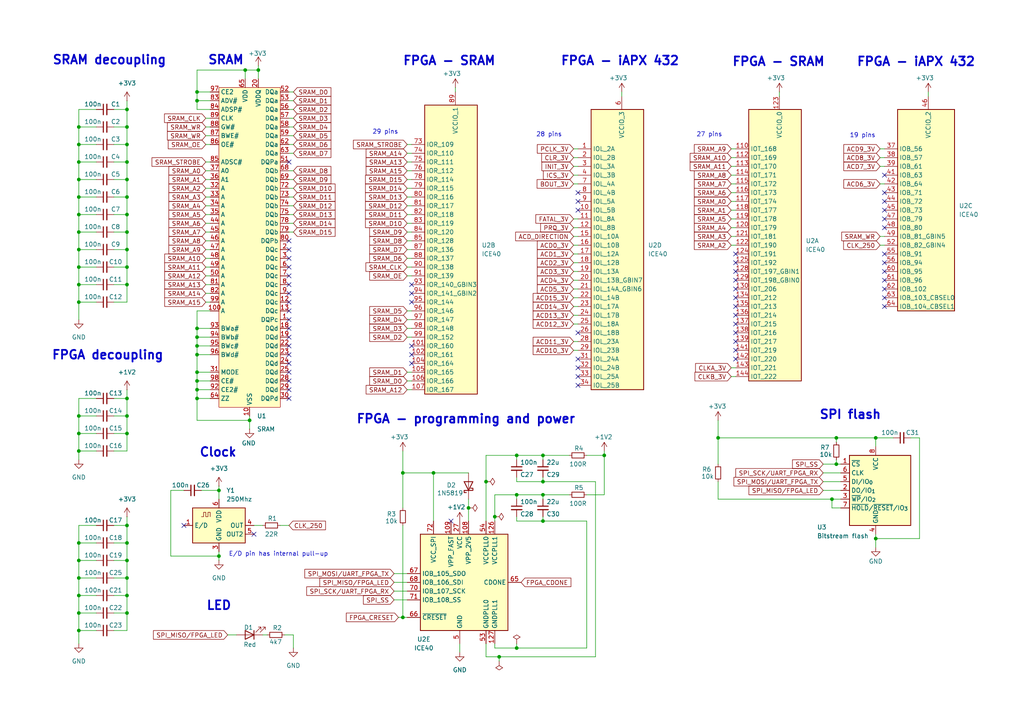
<source format=kicad_sch>
(kicad_sch (version 20250114) (generator "eeschema") (generator_version "9.0")
  (paper "A4")
  (text "Clock" (at 63.246 131.318 0) (effects (font (size 2.54 2.54) (thickness 0.508) (bold yes))))
  (text "SRAM" (at 65.532 17.526 0) (effects (font (size 2.54 2.54) (thickness 0.508) (bold yes))))
  (text "FPGA decoupling" (at 31.242 103.124 0) (effects (font (size 2.54 2.54) (thickness 0.508) (bold yes))))
  (text "FPGA - SRAM" (at 130.302 17.78 0) (effects (font (size 2.54 2.54) (thickness 0.508) (bold yes))))
  (text "FPGA - iAPX 432" (at 179.832 17.78 0) (effects (font (size 2.54 2.54) (thickness 0.508) (bold yes))))
  (text "28 pins" (at 159.258 39.116 0) (effects (font (size 1.27 1.27))))
  (text "19 pins" (at 250.19 39.37 0) (effects (font (size 1.27 1.27))))
  (text "27 pins" (at 205.74 39.116 0) (effects (font (size 1.27 1.27))))
  (text "FPGA - programming and power" (at 135.128 121.666 0) (effects (font (size 2.54 2.54) (thickness 0.508) (bold yes))))
  (text "E/D pin has internal pull-up" (at 80.772 160.782 0) (effects (font (size 1.27 1.27))))
  (text "FPGA - SRAM" (at 225.806 18.034 0) (effects (font (size 2.54 2.54) (thickness 0.508) (bold yes))))
  (text "SRAM decoupling" (at 31.75 17.526 0) (effects (font (size 2.54 2.54) (thickness 0.508) (bold yes))))
  (text "FPGA - iAPX 432" (at 265.684 18.034 0) (effects (font (size 2.54 2.54) (thickness 0.508) (bold yes))))
  (text "SPI flash" (at 246.634 120.396 0) (effects (font (size 2.54 2.54) (thickness 0.508) (bold yes))))
  (text "LED" (at 63.5 175.768 0) (effects (font (size 2.54 2.54) (thickness 0.508) (bold yes))))
  (text "29 pins" (at 111.76 38.354 0) (effects (font (size 1.27 1.27))))
  (junction (at 63.5 142.24))
  (junction (at 57.15 115.57))
  (junction (at 57.15 100.33))
  (junction (at 135.89 147.32))
  (junction (at 149.86 187.96))
  (junction (at 116.84 137.16))
  (junction (at 57.15 95.25))
  (junction (at 22.86 72.39))
  (junction (at 175.26 132.08))
  (junction (at 36.83 41.91))
  (junction (at 36.83 177.8))
  (junction (at 57.15 113.03))
  (junction (at 157.48 139.7))
  (junction (at 57.15 102.87))
  (junction (at 22.86 41.91))
  (junction (at 22.86 167.64))
  (junction (at 57.15 107.95))
  (junction (at 36.83 52.07))
  (junction (at 74.93 20.32))
  (junction (at 144.78 190.5))
  (junction (at 36.83 82.55))
  (junction (at 22.86 172.72))
  (junction (at 36.83 162.56))
  (junction (at 36.83 115.57))
  (junction (at 36.83 157.48))
  (junction (at 157.48 151.13))
  (junction (at 36.83 172.72))
  (junction (at 36.83 72.39))
  (junction (at 22.86 162.56))
  (junction (at 22.86 57.15))
  (junction (at 254 156.21))
  (junction (at 36.83 152.4))
  (junction (at 254 127))
  (junction (at 22.86 36.83))
  (junction (at 22.86 130.81))
  (junction (at 71.12 20.32))
  (junction (at 22.86 87.63))
  (junction (at 36.83 67.31))
  (junction (at 242.57 127))
  (junction (at 36.83 62.23))
  (junction (at 36.83 57.15))
  (junction (at 57.15 97.79))
  (junction (at 143.51 149.86))
  (junction (at 116.84 179.07))
  (junction (at 22.86 157.48))
  (junction (at 22.86 177.8))
  (junction (at 22.86 62.23))
  (junction (at 22.86 77.47))
  (junction (at 241.3 144.78))
  (junction (at 22.86 182.88))
  (junction (at 157.48 143.51))
  (junction (at 125.73 137.16))
  (junction (at 140.97 139.7))
  (junction (at 36.83 125.73))
  (junction (at 36.83 46.99))
  (junction (at 36.83 77.47))
  (junction (at 149.86 132.08))
  (junction (at 57.15 26.67))
  (junction (at 157.48 132.08))
  (junction (at 72.39 121.92))
  (junction (at 22.86 120.65))
  (junction (at 36.83 31.75))
  (junction (at 242.57 134.62))
  (junction (at 22.86 125.73))
  (junction (at 57.15 110.49))
  (junction (at 22.86 67.31))
  (junction (at 22.86 82.55))
  (junction (at 57.15 29.21))
  (junction (at 36.83 36.83))
  (junction (at 208.28 127))
  (junction (at 36.83 167.64))
  (junction (at 36.83 120.65))
  (junction (at 63.5 161.29))
  (junction (at 22.86 52.07))
  (junction (at 22.86 46.99))
  (junction (at 149.86 143.51))
  (no_connect (at 167.64 60.96))
  (no_connect (at 213.36 93.98))
  (no_connect (at 83.82 90.17))
  (no_connect (at 83.82 82.55))
  (no_connect (at 256.54 58.42))
  (no_connect (at 256.54 86.36))
  (no_connect (at 256.54 63.5))
  (no_connect (at 256.54 60.96))
  (no_connect (at 213.36 81.28))
  (no_connect (at 83.82 105.41))
  (no_connect (at 119.38 105.41))
  (no_connect (at 167.64 104.14))
  (no_connect (at 83.82 92.71))
  (no_connect (at 256.54 81.28))
  (no_connect (at 213.36 78.74))
  (no_connect (at 167.64 55.88))
  (no_connect (at 213.36 104.14))
  (no_connect (at 167.64 58.42))
  (no_connect (at 83.82 95.25))
  (no_connect (at 256.54 73.66))
  (no_connect (at 119.38 87.63))
  (no_connect (at 53.34 152.4))
  (no_connect (at 256.54 66.04))
  (no_connect (at 83.82 107.95))
  (no_connect (at 83.82 85.09))
  (no_connect (at 73.66 154.94))
  (no_connect (at 213.36 96.52))
  (no_connect (at 213.36 91.44))
  (no_connect (at 256.54 50.8))
  (no_connect (at 213.36 83.82))
  (no_connect (at 119.38 100.33))
  (no_connect (at 83.82 102.87))
  (no_connect (at 83.82 113.03))
  (no_connect (at 256.54 83.82))
  (no_connect (at 213.36 99.06))
  (no_connect (at 130.81 151.13))
  (no_connect (at 213.36 76.2))
  (no_connect (at 256.54 76.2))
  (no_connect (at 83.82 69.85))
  (no_connect (at 83.82 115.57))
  (no_connect (at 83.82 110.49))
  (no_connect (at 83.82 72.39))
  (no_connect (at 83.82 77.47))
  (no_connect (at 167.64 111.76))
  (no_connect (at 256.54 55.88))
  (no_connect (at 119.38 85.09))
  (no_connect (at 213.36 88.9))
  (no_connect (at 83.82 97.79))
  (no_connect (at 83.82 74.93))
  (no_connect (at 167.64 109.22))
  (no_connect (at 119.38 102.87))
  (no_connect (at 167.64 106.68))
  (no_connect (at 213.36 73.66))
  (no_connect (at 213.36 86.36))
  (no_connect (at 83.82 80.01))
  (no_connect (at 256.54 88.9))
  (no_connect (at 119.38 82.55))
  (no_connect (at 256.54 78.74))
  (no_connect (at 213.36 101.6))
  (no_connect (at 83.82 100.33))
  (no_connect (at 167.64 96.52))
  (no_connect (at 83.82 46.99))
  (no_connect (at 83.82 87.63))
  (wire (pts (xy 22.86 115.57) (xy 22.86 120.65)))
  (wire (pts (xy 166.37 86.36) (xy 167.64 86.36)))
  (wire (pts (xy 157.48 144.78) (xy 157.48 143.51)))
  (wire (pts (xy 36.83 152.4) (xy 36.83 157.48)))
  (wire (pts (xy 33.02 77.47) (xy 36.83 77.47)))
  (wire (pts (xy 57.15 107.95) (xy 57.15 110.49)))
  (wire (pts (xy 22.86 167.64) (xy 27.94 167.64)))
  (wire (pts (xy 22.86 87.63) (xy 27.94 87.63)))
  (wire (pts (xy 149.86 139.7) (xy 149.86 138.43)))
  (wire (pts (xy 36.83 46.99) (xy 36.83 52.07)))
  (wire (pts (xy 149.86 139.7) (xy 157.48 139.7)))
  (wire (pts (xy 83.82 152.4) (xy 81.28 152.4)))
  (wire (pts (xy 57.15 115.57) (xy 57.15 121.92)))
  (wire (pts (xy 170.18 151.13) (xy 170.18 187.96)))
  (wire (pts (xy 254 156.21) (xy 254 154.94)))
  (wire (pts (xy 85.09 31.75) (xy 83.82 31.75)))
  (wire (pts (xy 114.3 171.45) (xy 118.11 171.45)))
  (wire (pts (xy 212.09 66.04) (xy 213.36 66.04)))
  (wire (pts (xy 166.37 99.06) (xy 167.64 99.06)))
  (wire (pts (xy 85.09 29.21) (xy 83.82 29.21)))
  (wire (pts (xy 157.48 143.51) (xy 165.1 143.51)))
  (wire (pts (xy 22.86 125.73) (xy 22.86 130.81)))
  (wire (pts (xy 140.97 132.08) (xy 140.97 139.7)))
  (wire (pts (xy 22.86 125.73) (xy 27.94 125.73)))
  (wire (pts (xy 157.48 151.13) (xy 170.18 151.13)))
  (wire (pts (xy 166.37 50.8) (xy 167.64 50.8)))
  (wire (pts (xy 170.18 132.08) (xy 175.26 132.08)))
  (wire (pts (xy 22.86 182.88) (xy 22.86 186.69)))
  (wire (pts (xy 170.18 143.51) (xy 175.26 143.51)))
  (wire (pts (xy 212.09 53.34) (xy 213.36 53.34)))
  (wire (pts (xy 33.02 167.64) (xy 36.83 167.64)))
  (wire (pts (xy 33.02 162.56) (xy 36.83 162.56)))
  (wire (pts (xy 166.37 45.72) (xy 167.64 45.72)))
  (wire (pts (xy 22.86 62.23) (xy 27.94 62.23)))
  (wire (pts (xy 57.15 97.79) (xy 60.96 97.79)))
  (wire (pts (xy 208.28 127) (xy 242.57 127)))
  (wire (pts (xy 266.7 156.21) (xy 254 156.21)))
  (wire (pts (xy 27.94 152.4) (xy 22.86 152.4)))
  (wire (pts (xy 85.09 44.45) (xy 83.82 44.45)))
  (wire (pts (xy 166.37 63.5) (xy 167.64 63.5)))
  (wire (pts (xy 208.28 144.78) (xy 241.3 144.78)))
  (wire (pts (xy 118.11 57.15) (xy 119.38 57.15)))
  (wire (pts (xy 166.37 53.34) (xy 167.64 53.34)))
  (wire (pts (xy 33.02 41.91) (xy 36.83 41.91)))
  (wire (pts (xy 118.11 113.03) (xy 119.38 113.03)))
  (wire (pts (xy 116.84 130.81) (xy 116.84 137.16)))
  (wire (pts (xy 57.15 102.87) (xy 57.15 107.95)))
  (wire (pts (xy 116.84 137.16) (xy 116.84 147.32)))
  (wire (pts (xy 116.84 137.16) (xy 125.73 137.16)))
  (wire (pts (xy 85.09 41.91) (xy 83.82 41.91)))
  (wire (pts (xy 157.48 133.35) (xy 157.48 132.08)))
  (wire (pts (xy 144.78 191.77) (xy 144.78 190.5)))
  (wire (pts (xy 118.11 97.79) (xy 119.38 97.79)))
  (wire (pts (xy 114.3 168.91) (xy 118.11 168.91)))
  (wire (pts (xy 85.09 49.53) (xy 83.82 49.53)))
  (wire (pts (xy 166.37 101.6) (xy 167.64 101.6)))
  (wire (pts (xy 118.11 52.07) (xy 119.38 52.07)))
  (wire (pts (xy 59.69 41.91) (xy 60.96 41.91)))
  (wire (pts (xy 166.37 83.82) (xy 167.64 83.82)))
  (wire (pts (xy 116.84 179.07) (xy 118.11 179.07)))
  (wire (pts (xy 59.69 85.09) (xy 60.96 85.09)))
  (wire (pts (xy 36.83 77.47) (xy 36.83 82.55)))
  (wire (pts (xy 57.15 121.92) (xy 72.39 121.92)))
  (wire (pts (xy 22.86 72.39) (xy 22.86 77.47)))
  (wire (pts (xy 85.09 184.15) (xy 82.55 184.15)))
  (wire (pts (xy 36.83 162.56) (xy 36.83 167.64)))
  (wire (pts (xy 238.76 137.16) (xy 243.84 137.16)))
  (wire (pts (xy 59.69 52.07) (xy 60.96 52.07)))
  (wire (pts (xy 166.37 88.9) (xy 167.64 88.9)))
  (wire (pts (xy 132.08 25.4) (xy 132.08 26.67)))
  (wire (pts (xy 180.34 26.67) (xy 180.34 27.94)))
  (wire (pts (xy 22.86 67.31) (xy 22.86 72.39)))
  (wire (pts (xy 212.09 106.68) (xy 213.36 106.68)))
  (wire (pts (xy 36.83 62.23) (xy 36.83 67.31)))
  (wire (pts (xy 36.83 115.57) (xy 36.83 120.65)))
  (wire (pts (xy 59.69 77.47) (xy 60.96 77.47)))
  (wire (pts (xy 166.37 81.28) (xy 167.64 81.28)))
  (wire (pts (xy 57.15 107.95) (xy 60.96 107.95)))
  (wire (pts (xy 22.86 162.56) (xy 22.86 167.64)))
  (wire (pts (xy 22.86 31.75) (xy 22.86 36.83)))
  (wire (pts (xy 212.09 45.72) (xy 213.36 45.72)))
  (wire (pts (xy 22.86 62.23) (xy 22.86 67.31)))
  (wire (pts (xy 118.11 69.85) (xy 119.38 69.85)))
  (wire (pts (xy 118.11 95.25) (xy 119.38 95.25)))
  (wire (pts (xy 22.86 172.72) (xy 27.94 172.72)))
  (wire (pts (xy 118.11 107.95) (xy 119.38 107.95)))
  (wire (pts (xy 49.53 161.29) (xy 63.5 161.29)))
  (wire (pts (xy 57.15 95.25) (xy 60.96 95.25)))
  (wire (pts (xy 157.48 138.43) (xy 157.48 139.7)))
  (wire (pts (xy 157.48 132.08) (xy 165.1 132.08)))
  (wire (pts (xy 57.15 29.21) (xy 57.15 31.75)))
  (wire (pts (xy 36.83 82.55) (xy 36.83 87.63)))
  (wire (pts (xy 269.24 26.67) (xy 269.24 27.94)))
  (wire (pts (xy 242.57 127) (xy 254 127)))
  (wire (pts (xy 118.11 64.77) (xy 119.38 64.77)))
  (wire (pts (xy 36.83 31.75) (xy 36.83 36.83)))
  (wire (pts (xy 212.09 48.26) (xy 213.36 48.26)))
  (wire (pts (xy 212.09 58.42) (xy 213.36 58.42)))
  (wire (pts (xy 208.28 139.7) (xy 208.28 144.78)))
  (wire (pts (xy 33.02 120.65) (xy 36.83 120.65)))
  (wire (pts (xy 85.09 39.37) (xy 83.82 39.37)))
  (wire (pts (xy 118.11 41.91) (xy 119.38 41.91)))
  (wire (pts (xy 254 127) (xy 259.08 127)))
  (wire (pts (xy 226.06 26.67) (xy 226.06 27.94)))
  (wire (pts (xy 149.86 186.69) (xy 149.86 187.96)))
  (wire (pts (xy 71.12 20.32) (xy 74.93 20.32)))
  (wire (pts (xy 59.69 80.01) (xy 60.96 80.01)))
  (wire (pts (xy 118.11 72.39) (xy 119.38 72.39)))
  (wire (pts (xy 76.2 152.4) (xy 73.66 152.4)))
  (wire (pts (xy 59.69 82.55) (xy 60.96 82.55)))
  (wire (pts (xy 22.86 77.47) (xy 22.86 82.55)))
  (wire (pts (xy 125.73 137.16) (xy 125.73 151.13)))
  (wire (pts (xy 36.83 52.07) (xy 36.83 57.15)))
  (wire (pts (xy 254 129.54) (xy 254 127)))
  (wire (pts (xy 59.69 72.39) (xy 60.96 72.39)))
  (wire (pts (xy 57.15 20.32) (xy 71.12 20.32)))
  (wire (pts (xy 59.69 62.23) (xy 60.96 62.23)))
  (wire (pts (xy 33.02 72.39) (xy 36.83 72.39)))
  (wire (pts (xy 242.57 133.35) (xy 242.57 134.62)))
  (wire (pts (xy 22.86 52.07) (xy 27.94 52.07)))
  (wire (pts (xy 144.78 190.5) (xy 172.72 190.5)))
  (wire (pts (xy 118.11 44.45) (xy 119.38 44.45)))
  (wire (pts (xy 33.02 57.15) (xy 36.83 57.15)))
  (wire (pts (xy 57.15 90.17) (xy 57.15 95.25)))
  (wire (pts (xy 255.27 48.26) (xy 256.54 48.26)))
  (wire (pts (xy 59.69 34.29) (xy 60.96 34.29)))
  (wire (pts (xy 170.18 187.96) (xy 149.86 187.96)))
  (wire (pts (xy 36.83 113.03) (xy 36.83 115.57)))
  (wire (pts (xy 166.37 76.2) (xy 167.64 76.2)))
  (wire (pts (xy 85.09 52.07) (xy 83.82 52.07)))
  (wire (pts (xy 57.15 97.79) (xy 57.15 100.33)))
  (wire (pts (xy 36.83 77.47) (xy 36.83 72.39)))
  (wire (pts (xy 22.86 82.55) (xy 22.86 87.63)))
  (wire (pts (xy 33.02 52.07) (xy 36.83 52.07)))
  (wire (pts (xy 57.15 26.67) (xy 57.15 29.21)))
  (wire (pts (xy 149.86 144.78) (xy 149.86 143.51)))
  (wire (pts (xy 57.15 95.25) (xy 57.15 97.79)))
  (wire (pts (xy 57.15 100.33) (xy 60.96 100.33)))
  (wire (pts (xy 266.7 127) (xy 266.7 156.21)))
  (wire (pts (xy 22.86 36.83) (xy 22.86 41.91)))
  (wire (pts (xy 36.83 29.21) (xy 36.83 31.75)))
  (wire (pts (xy 57.15 113.03) (xy 57.15 115.57)))
  (wire (pts (xy 85.09 26.67) (xy 83.82 26.67)))
  (wire (pts (xy 27.94 31.75) (xy 22.86 31.75)))
  (wire (pts (xy 33.02 31.75) (xy 36.83 31.75)))
  (wire (pts (xy 172.72 139.7) (xy 172.72 190.5)))
  (wire (pts (xy 166.37 68.58) (xy 167.64 68.58)))
  (wire (pts (xy 74.93 20.32) (xy 74.93 22.86)))
  (wire (pts (xy 63.5 161.29) (xy 63.5 160.02)))
  (wire (pts (xy 57.15 20.32) (xy 57.15 26.67)))
  (wire (pts (xy 118.11 49.53) (xy 119.38 49.53)))
  (wire (pts (xy 60.96 90.17) (xy 57.15 90.17)))
  (wire (pts (xy 72.39 124.46) (xy 72.39 121.92)))
  (wire (pts (xy 212.09 43.18) (xy 213.36 43.18)))
  (wire (pts (xy 85.09 34.29) (xy 83.82 34.29)))
  (wire (pts (xy 33.02 152.4) (xy 36.83 152.4)))
  (wire (pts (xy 36.83 120.65) (xy 36.83 125.73)))
  (wire (pts (xy 166.37 66.04) (xy 167.64 66.04)))
  (wire (pts (xy 33.02 130.81) (xy 36.83 130.81)))
  (wire (pts (xy 57.15 110.49) (xy 60.96 110.49)))
  (wire (pts (xy 166.37 93.98) (xy 167.64 93.98)))
  (wire (pts (xy 85.09 67.31) (xy 83.82 67.31)))
  (wire (pts (xy 33.02 82.55) (xy 36.83 82.55)))
  (wire (pts (xy 22.86 87.63) (xy 22.86 92.71)))
  (wire (pts (xy 125.73 137.16) (xy 135.89 137.16)))
  (wire (pts (xy 36.83 172.72) (xy 36.83 177.8)))
  (wire (pts (xy 149.86 133.35) (xy 149.86 132.08)))
  (wire (pts (xy 85.09 36.83) (xy 83.82 36.83)))
  (wire (pts (xy 71.12 20.32) (xy 71.12 22.86)))
  (wire (pts (xy 208.28 121.92) (xy 208.28 127)))
  (wire (pts (xy 212.09 60.96) (xy 213.36 60.96)))
  (wire (pts (xy 212.09 109.22) (xy 213.36 109.22)))
  (wire (pts (xy 85.09 57.15) (xy 83.82 57.15)))
  (wire (pts (xy 255.27 45.72) (xy 256.54 45.72)))
  (wire (pts (xy 76.2 184.15) (xy 77.47 184.15)))
  (wire (pts (xy 63.5 140.97) (xy 63.5 142.24)))
  (wire (pts (xy 33.02 125.73) (xy 36.83 125.73)))
  (wire (pts (xy 59.69 64.77) (xy 60.96 64.77)))
  (wire (pts (xy 115.57 179.07) (xy 116.84 179.07)))
  (wire (pts (xy 53.34 142.24) (xy 49.53 142.24)))
  (wire (pts (xy 22.86 177.8) (xy 27.94 177.8)))
  (wire (pts (xy 85.09 64.77) (xy 83.82 64.77)))
  (wire (pts (xy 22.86 36.83) (xy 27.94 36.83)))
  (wire (pts (xy 166.37 43.18) (xy 167.64 43.18)))
  (wire (pts (xy 143.51 143.51) (xy 149.86 143.51)))
  (wire (pts (xy 212.09 63.5) (xy 213.36 63.5)))
  (wire (pts (xy 140.97 132.08) (xy 149.86 132.08)))
  (wire (pts (xy 59.69 74.93) (xy 60.96 74.93)))
  (wire (pts (xy 133.35 189.23) (xy 133.35 186.69)))
  (wire (pts (xy 36.83 149.86) (xy 36.83 152.4)))
  (wire (pts (xy 33.02 62.23) (xy 36.83 62.23)))
  (wire (pts (xy 36.83 41.91) (xy 36.83 46.99)))
  (wire (pts (xy 22.86 130.81) (xy 22.86 133.35)))
  (wire (pts (xy 175.26 130.81) (xy 175.26 132.08)))
  (wire (pts (xy 60.96 31.75) (xy 57.15 31.75)))
  (wire (pts (xy 212.09 50.8) (xy 213.36 50.8)))
  (wire (pts (xy 36.83 125.73) (xy 36.83 130.81)))
  (wire (pts (xy 118.11 90.17) (xy 119.38 90.17)))
  (wire (pts (xy 118.11 54.61) (xy 119.38 54.61)))
  (wire (pts (xy 57.15 26.67) (xy 60.96 26.67)))
  (wire (pts (xy 212.09 71.12) (xy 213.36 71.12)))
  (wire (pts (xy 255.27 53.34) (xy 256.54 53.34)))
  (wire (pts (xy 238.76 139.7) (xy 243.84 139.7)))
  (wire (pts (xy 118.11 62.23) (xy 119.38 62.23)))
  (wire (pts (xy 85.09 187.96) (xy 85.09 184.15)))
  (wire (pts (xy 140.97 190.5) (xy 140.97 186.69)))
  (wire (pts (xy 33.02 115.57) (xy 36.83 115.57)))
  (wire (pts (xy 22.86 57.15) (xy 22.86 62.23)))
  (wire (pts (xy 149.86 151.13) (xy 157.48 151.13)))
  (wire (pts (xy 175.26 132.08) (xy 175.26 143.51)))
  (wire (pts (xy 118.11 74.93) (xy 119.38 74.93)))
  (wire (pts (xy 27.94 72.39) (xy 22.86 72.39)))
  (wire (pts (xy 118.11 80.01) (xy 119.38 80.01)))
  (wire (pts (xy 63.5 142.24) (xy 58.42 142.24)))
  (wire (pts (xy 212.09 68.58) (xy 213.36 68.58)))
  (wire (pts (xy 118.11 59.69) (xy 119.38 59.69)))
  (wire (pts (xy 22.86 46.99) (xy 22.86 52.07)))
  (wire (pts (xy 22.86 167.64) (xy 22.86 172.72)))
  (wire (pts (xy 57.15 110.49) (xy 57.15 113.03)))
  (wire (pts (xy 36.83 177.8) (xy 36.83 182.88)))
  (wire (pts (xy 157.48 139.7) (xy 172.72 139.7)))
  (wire (pts (xy 22.86 152.4) (xy 22.86 157.48)))
  (wire (pts (xy 57.15 29.21) (xy 60.96 29.21)))
  (wire (pts (xy 22.86 157.48) (xy 22.86 162.56)))
  (wire (pts (xy 22.86 162.56) (xy 27.94 162.56)))
  (wire (pts (xy 22.86 46.99) (xy 27.94 46.99)))
  (wire (pts (xy 85.09 62.23) (xy 83.82 62.23)))
  (wire (pts (xy 149.86 143.51) (xy 157.48 143.51)))
  (wire (pts (xy 238.76 142.24) (xy 243.84 142.24)))
  (wire (pts (xy 144.78 190.5) (xy 140.97 190.5)))
  (wire (pts (xy 57.15 115.57) (xy 60.96 115.57)))
  (wire (pts (xy 118.11 92.71) (xy 119.38 92.71)))
  (wire (pts (xy 57.15 113.03) (xy 60.96 113.03)))
  (wire (pts (xy 255.27 43.18) (xy 256.54 43.18)))
  (wire (pts (xy 143.51 187.96) (xy 143.51 186.69)))
  (wire (pts (xy 57.15 100.33) (xy 57.15 102.87)))
  (wire (pts (xy 22.86 57.15) (xy 27.94 57.15)))
  (wire (pts (xy 241.3 144.78) (xy 243.84 144.78)))
  (wire (pts (xy 59.69 49.53) (xy 60.96 49.53)))
  (wire (pts (xy 143.51 149.86) (xy 143.51 151.13)))
  (wire (pts (xy 238.76 134.62) (xy 242.57 134.62)))
  (wire (pts (xy 114.3 173.99) (xy 118.11 173.99)))
  (wire (pts (xy 85.09 54.61) (xy 83.82 54.61)))
  (wire (pts (xy 143.51 187.96) (xy 149.86 187.96)))
  (wire (pts (xy 85.09 59.69) (xy 83.82 59.69)))
  (wire (pts (xy 22.86 157.48) (xy 27.94 157.48)))
  (wire (pts (xy 208.28 127) (xy 208.28 134.62)))
  (wire (pts (xy 57.15 102.87) (xy 60.96 102.87)))
  (wire (pts (xy 22.86 67.31) (xy 27.94 67.31)))
  (wire (pts (xy 59.69 46.99) (xy 60.96 46.99)))
  (wire (pts (xy 59.69 87.63) (xy 60.96 87.63)))
  (wire (pts (xy 256.54 68.58) (xy 255.27 68.58)))
  (wire (pts (xy 33.02 177.8) (xy 36.83 177.8)))
  (wire (pts (xy 242.57 127) (xy 242.57 128.27)))
  (wire (pts (xy 254 158.75) (xy 254 156.21)))
  (wire (pts (xy 243.84 147.32) (xy 241.3 147.32)))
  (wire (pts (xy 166.37 78.74) (xy 167.64 78.74)))
  (wire (pts (xy 36.83 57.15) (xy 36.83 62.23)))
  (wire (pts (xy 212.09 55.88) (xy 213.36 55.88)))
  (wire (pts (xy 22.86 41.91) (xy 22.86 46.99)))
  (wire (pts (xy 33.02 182.88) (xy 36.83 182.88)))
  (wire (pts (xy 22.86 120.65) (xy 27.94 120.65)))
  (wire (pts (xy 22.86 182.88) (xy 27.94 182.88)))
  (wire (pts (xy 22.86 41.91) (xy 27.94 41.91)))
  (wire (pts (xy 22.86 52.07) (xy 22.86 57.15)))
  (wire (pts (xy 157.48 149.86) (xy 157.48 151.13)))
  (wire (pts (xy 241.3 147.32) (xy 241.3 144.78)))
  (wire (pts (xy 22.86 77.47) (xy 27.94 77.47)))
  (wire (pts (xy 149.86 151.13) (xy 149.86 149.86)))
  (wire (pts (xy 140.97 139.7) (xy 140.97 151.13)))
  (wire (pts (xy 33.02 67.31) (xy 36.83 67.31)))
  (wire (pts (xy 36.83 36.83) (xy 36.83 41.91)))
  (wire (pts (xy 166.37 48.26) (xy 167.64 48.26)))
  (wire (pts (xy 242.57 134.62) (xy 243.84 134.62)))
  (wire (pts (xy 59.69 69.85) (xy 60.96 69.85)))
  (wire (pts (xy 256.54 71.12) (xy 255.27 71.12)))
  (wire (pts (xy 22.86 177.8) (xy 22.86 182.88)))
  (wire (pts (xy 59.69 57.15) (xy 60.96 57.15)))
  (wire (pts (xy 33.02 87.63) (xy 36.83 87.63)))
  (wire (pts (xy 27.94 115.57) (xy 22.86 115.57)))
  (wire (pts (xy 135.89 147.32) (xy 135.89 151.13)))
  (wire (pts (xy 114.3 166.37) (xy 118.11 166.37)))
  (wire (pts (xy 36.83 67.31) (xy 36.83 72.39)))
  (wire (pts (xy 59.69 36.83) (xy 60.96 36.83)))
  (wire (pts (xy 143.51 143.51) (xy 143.51 149.86)))
  (wire (pts (xy 118.11 46.99) (xy 119.38 46.99)))
  (wire (pts (xy 116.84 152.4) (xy 116.84 179.07)))
  (wire (pts (xy 33.02 46.99) (xy 36.83 46.99)))
  (wire (pts (xy 36.83 157.48) (xy 36.83 162.56)))
  (wire (pts (xy 118.11 67.31) (xy 119.38 67.31)))
  (wire (pts (xy 63.5 144.78) (xy 63.5 142.24)))
  (wire (pts (xy 33.02 172.72) (xy 36.83 172.72)))
  (wire (pts (xy 166.37 73.66) (xy 167.64 73.66)))
  (wire (pts (xy 22.86 82.55) (xy 27.94 82.55)))
  (wire (pts (xy 63.5 162.56) (xy 63.5 161.29)))
  (wire (pts (xy 135.89 144.78) (xy 135.89 147.32)))
  (wire (pts (xy 22.86 130.81) (xy 27.94 130.81)))
  (wire (pts (xy 118.11 110.49) (xy 119.38 110.49)))
  (wire (pts (xy 59.69 59.69) (xy 60.96 59.69)))
  (wire (pts (xy 166.37 91.44) (xy 167.64 91.44)))
  (wire (pts (xy 149.86 132.08) (xy 157.48 132.08)))
  (wire (pts (xy 166.37 71.12) (xy 167.64 71.12)))
  (wire (pts (xy 36.83 167.64) (xy 36.83 172.72)))
  (wire (pts (xy 72.39 120.65) (xy 72.39 121.92)))
  (wire (pts (xy 118.11 77.47) (xy 119.38 77.47)))
  (wire (pts (xy 49.53 142.24) (xy 49.53 161.29)))
  (wire (pts (xy 74.93 19.05) (xy 74.93 20.32)))
  (wire (pts (xy 66.04 184.15) (xy 68.58 184.15)))
  (wire (pts (xy 33.02 36.83) (xy 36.83 36.83)))
  (wire (pts (xy 59.69 67.31) (xy 60.96 67.31)))
  (wire (pts (xy 59.69 39.37) (xy 60.96 39.37)))
  (wire (pts (xy 59.69 54.61) (xy 60.96 54.61)))
  (wire (pts (xy 22.86 120.65) (xy 22.86 125.73)))
  (wire (pts (xy 22.86 172.72) (xy 22.86 177.8)))
  (wire (pts (xy 33.02 157.48) (xy 36.83 157.48)))
  (wire (pts (xy 264.16 127) (xy 266.7 127)))
  (global_label "SRAM_STROBE" (shape input) (at 59.69 46.99 180) (property "Intersheetrefs" "${INTERSHEET_REFS}" (effects (hide yes))))
  (global_label "SRAM_D7" (shape input) (at 118.11 72.39 180) (property "Intersheetrefs" "${INTERSHEET_REFS}" (effects (hide yes))))
  (global_label "SRAM_OE" (shape input) (at 59.69 41.91 180) (property "Intersheetrefs" "${INTERSHEET_REFS}" (effects (hide yes))))
  (global_label "BOUT_3V" (shape input) (at 166.37 53.34 180) (property "Intersheetrefs" "${INTERSHEET_REFS}" (effects (hide yes))))
  (global_label "ACD5_3V" (shape input) (at 166.37 83.82 180) (property "Intersheetrefs" "${INTERSHEET_REFS}" (effects (hide yes))))
  (global_label "SRAM_D2" (shape input) (at 118.11 97.79 180) (property "Intersheetrefs" "${INTERSHEET_REFS}" (effects (hide yes))))
  (global_label "SRAM_A7" (shape input) (at 212.09 53.34 180) (property "Intersheetrefs" "${INTERSHEET_REFS}" (effects (hide yes))))
  (global_label "SPI_SS" (shape input) (at 114.3 173.99 180) (property "Intersheetrefs" "${INTERSHEET_REFS}" (effects (hide yes))))
  (global_label "SRAM_WR" (shape input) (at 59.69 39.37 180) (property "Intersheetrefs" "${INTERSHEET_REFS}" (effects (hide yes))))
  (global_label "SRAM_D8" (shape input) (at 85.09 49.53 0) (property "Intersheetrefs" "${INTERSHEET_REFS}" (effects (hide yes))))
  (global_label "SRAM_D6" (shape input) (at 118.11 74.93 180) (property "Intersheetrefs" "${INTERSHEET_REFS}" (effects (hide yes))))
  (global_label "ACD_DIRECTION" (shape input) (at 166.37 68.58 180) (property "Intersheetrefs" "${INTERSHEET_REFS}" (effects (hide yes))))
  (global_label "SRAM_D0" (shape input) (at 118.11 110.49 180) (property "Intersheetrefs" "${INTERSHEET_REFS}" (effects (hide yes))))
  (global_label "SRAM_A14" (shape input) (at 118.11 44.45 180) (property "Intersheetrefs" "${INTERSHEET_REFS}" (effects (hide yes))))
  (global_label "SRAM_D1" (shape input) (at 85.09 29.21 0) (property "Intersheetrefs" "${INTERSHEET_REFS}" (effects (hide yes))))
  (global_label "SRAM_D14" (shape input) (at 85.09 64.77 0) (property "Intersheetrefs" "${INTERSHEET_REFS}" (effects (hide yes))))
  (global_label "SPI_MOSI{slash}UART_FPGA_TX" (shape input) (at 238.76 139.7 180) (property "Intersheetrefs" "${INTERSHEET_REFS}" (effects (hide yes))))
  (global_label "SRAM_A14" (shape input) (at 59.69 85.09 180) (property "Intersheetrefs" "${INTERSHEET_REFS}" (effects (hide yes))))
  (global_label "CLKB_3V" (shape input) (at 212.09 109.22 180) (property "Intersheetrefs" "${INTERSHEET_REFS}" (effects (hide yes))))
  (global_label "SRAM_A11" (shape input) (at 59.69 77.47 180) (property "Intersheetrefs" "${INTERSHEET_REFS}" (effects (hide yes))))
  (global_label "SRAM_D10" (shape input) (at 85.09 54.61 0) (property "Intersheetrefs" "${INTERSHEET_REFS}" (effects (hide yes))))
  (global_label "SRAM_OE" (shape input) (at 118.11 80.01 180) (property "Intersheetrefs" "${INTERSHEET_REFS}" (effects (hide yes))))
  (global_label "SRAM_A0" (shape input) (at 212.09 58.42 180) (property "Intersheetrefs" "${INTERSHEET_REFS}" (effects (hide yes))))
  (global_label "SRAM_WR" (shape input) (at 255.27 68.58 180) (property "Intersheetrefs" "${INTERSHEET_REFS}" (effects (hide yes))))
  (global_label "SRAM_A1" (shape input) (at 59.69 52.07 180) (property "Intersheetrefs" "${INTERSHEET_REFS}" (effects (hide yes))))
  (global_label "ACD2_3V" (shape input) (at 166.37 76.2 180) (property "Intersheetrefs" "${INTERSHEET_REFS}" (effects (hide yes))))
  (global_label "ACD3_3V" (shape input) (at 166.37 78.74 180) (property "Intersheetrefs" "${INTERSHEET_REFS}" (effects (hide yes))))
  (global_label "SRAM_A12" (shape input) (at 59.69 80.01 180) (property "Intersheetrefs" "${INTERSHEET_REFS}" (effects (hide yes))))
  (global_label "SRAM_A9" (shape input) (at 59.69 72.39 180) (property "Intersheetrefs" "${INTERSHEET_REFS}" (effects (hide yes))))
  (global_label "ACD8_3V" (shape input) (at 255.27 45.72 180) (property "Intersheetrefs" "${INTERSHEET_REFS}" (effects (hide yes))))
  (global_label "SRAM_D10" (shape input) (at 118.11 64.77 180) (property "Intersheetrefs" "${INTERSHEET_REFS}" (effects (hide yes))))
  (global_label "ACD6_3V" (shape input) (at 255.27 53.34 180) (property "Intersheetrefs" "${INTERSHEET_REFS}" (effects (hide yes))))
  (global_label "SRAM_A3" (shape input) (at 212.09 68.58 180) (property "Intersheetrefs" "${INTERSHEET_REFS}" (effects (hide yes))))
  (global_label "SRAM_D12" (shape input) (at 118.11 59.69 180) (property "Intersheetrefs" "${INTERSHEET_REFS}" (effects (hide yes))))
  (global_label "SRAM_D9" (shape input) (at 118.11 67.31 180) (property "Intersheetrefs" "${INTERSHEET_REFS}" (effects (hide yes))))
  (global_label "ACD13_3V" (shape input) (at 166.37 91.44 180) (property "Intersheetrefs" "${INTERSHEET_REFS}" (effects (hide yes))))
  (global_label "SRAM_D3" (shape input) (at 118.11 95.25 180) (property "Intersheetrefs" "${INTERSHEET_REFS}" (effects (hide yes))))
  (global_label "SRAM_D0" (shape input) (at 85.09 26.67 0) (property "Intersheetrefs" "${INTERSHEET_REFS}" (effects (hide yes))))
  (global_label "SRAM_A5" (shape input) (at 212.09 63.5 180) (property "Intersheetrefs" "${INTERSHEET_REFS}" (effects (hide yes))))
  (global_label "SRAM_D9" (shape input) (at 85.09 52.07 0) (property "Intersheetrefs" "${INTERSHEET_REFS}" (effects (hide yes))))
  (global_label "FPGA_CDONE" (shape input) (at 151.13 168.91 0) (property "Intersheetrefs" "${INTERSHEET_REFS}" (effects (hide yes))))
  (global_label "SRAM_D12" (shape input) (at 85.09 59.69 0) (property "Intersheetrefs" "${INTERSHEET_REFS}" (effects (hide yes))))
  (global_label "SRAM_D1" (shape input) (at 118.11 107.95 180) (property "Intersheetrefs" "${INTERSHEET_REFS}" (effects (hide yes))))
  (global_label "SRAM_D5" (shape input) (at 118.11 90.17 180) (property "Intersheetrefs" "${INTERSHEET_REFS}" (effects (hide yes))))
  (global_label "ACD10_3V" (shape input) (at 166.37 101.6 180) (property "Intersheetrefs" "${INTERSHEET_REFS}" (effects (hide yes))))
  (global_label "PCLK_3V" (shape input) (at 166.37 43.18 180) (property "Intersheetrefs" "${INTERSHEET_REFS}" (effects (hide yes))))
  (global_label "SRAM_A11" (shape input) (at 212.09 48.26 180) (property "Intersheetrefs" "${INTERSHEET_REFS}" (effects (hide yes))))
  (global_label "ACD0_3V" (shape input) (at 166.37 71.12 180) (property "Intersheetrefs" "${INTERSHEET_REFS}" (effects (hide yes))))
  (global_label "FPGA_CRESET" (shape input) (at 115.57 179.07 180) (property "Intersheetrefs" "${INTERSHEET_REFS}" (effects (hide yes))))
  (global_label "FATAL_3V" (shape input) (at 166.37 63.5 180) (property "Intersheetrefs" "${INTERSHEET_REFS}" (effects (hide yes))))
  (global_label "SRAM_A10" (shape input) (at 59.69 74.93 180) (property "Intersheetrefs" "${INTERSHEET_REFS}" (effects (hide yes))))
  (global_label "ACD7_3V" (shape input) (at 255.27 48.26 180) (property "Intersheetrefs" "${INTERSHEET_REFS}" (effects (hide yes))))
  (global_label "SRAM_A4" (shape input) (at 212.09 66.04 180) (property "Intersheetrefs" "${INTERSHEET_REFS}" (effects (hide yes))))
  (global_label "SRAM_A3" (shape input) (at 59.69 57.15 180) (property "Intersheetrefs" "${INTERSHEET_REFS}" (effects (hide yes))))
  (global_label "SRAM_D13" (shape input) (at 118.11 57.15 180) (property "Intersheetrefs" "${INTERSHEET_REFS}" (effects (hide yes))))
  (global_label "SRAM_D2" (shape input) (at 85.09 31.75 0) (property "Intersheetrefs" "${INTERSHEET_REFS}" (effects (hide yes))))
  (global_label "SPI_MISO{slash}FPGA_LED" (shape input) (at 238.76 142.24 180) (property "Intersheetrefs" "${INTERSHEET_REFS}" (effects (hide yes))))
  (global_label "ACD12_3V" (shape input) (at 166.37 93.98 180) (property "Intersheetrefs" "${INTERSHEET_REFS}" (effects (hide yes))))
  (global_label "SPI_SS" (shape input) (at 238.76 134.62 180) (property "Intersheetrefs" "${INTERSHEET_REFS}" (effects (hide yes))))
  (global_label "SPI_MOSI{slash}UART_FPGA_TX" (shape input) (at 114.3 166.37 180) (property "Intersheetrefs" "${INTERSHEET_REFS}" (effects (hide yes))))
  (global_label "SRAM_A1" (shape input) (at 212.09 60.96 180) (property "Intersheetrefs" "${INTERSHEET_REFS}" (effects (hide yes))))
  (global_label "SRAM_D4" (shape input) (at 85.09 36.83 0) (property "Intersheetrefs" "${INTERSHEET_REFS}" (effects (hide yes))))
  (global_label "SRAM_A0" (shape input) (at 59.69 49.53 180) (property "Intersheetrefs" "${INTERSHEET_REFS}" (effects (hide yes))))
  (global_label "SRAM_D6" (shape input) (at 85.09 41.91 0) (property "Intersheetrefs" "${INTERSHEET_REFS}" (effects (hide yes))))
  (global_label "ICS_3V" (shape input) (at 166.37 50.8 180) (property "Intersheetrefs" "${INTERSHEET_REFS}" (effects (hide yes))))
  (global_label "SRAM_A6" (shape input) (at 59.69 64.77 180) (property "Intersheetrefs" "${INTERSHEET_REFS}" (effects (hide yes))))
  (global_label "SRAM_D15" (shape input) (at 85.09 67.31 0) (property "Intersheetrefs" "${INTERSHEET_REFS}" (effects (hide yes))))
  (global_label "SRAM_A8" (shape input) (at 212.09 50.8 180) (property "Intersheetrefs" "${INTERSHEET_REFS}" (effects (hide yes))))
  (global_label "SPI_MISO{slash}FPGA_LED" (shape input) (at 66.04 184.15 180) (property "Intersheetrefs" "${INTERSHEET_REFS}" (effects (hide yes))))
  (global_label "SRAM_D11" (shape input) (at 85.09 57.15 0) (property "Intersheetrefs" "${INTERSHEET_REFS}" (effects (hide yes))))
  (global_label "SPI_SCK{slash}UART_FPGA_RX" (shape input) (at 114.3 171.45 180) (property "Intersheetrefs" "${INTERSHEET_REFS}" (effects (hide yes))))
  (global_label "SRAM_A12" (shape input) (at 118.11 113.03 180) (property "Intersheetrefs" "${INTERSHEET_REFS}" (effects (hide yes))))
  (global_label "INIT_3V" (shape input) (at 166.37 48.26 180) (property "Intersheetrefs" "${INTERSHEET_REFS}" (effects (hide yes))))
  (global_label "SRAM_D3" (shape input) (at 85.09 34.29 0) (property "Intersheetrefs" "${INTERSHEET_REFS}" (effects (hide yes))))
  (global_label "SRAM_A7" (shape input) (at 59.69 67.31 180) (property "Intersheetrefs" "${INTERSHEET_REFS}" (effects (hide yes))))
  (global_label "SRAM_D7" (shape input) (at 85.09 44.45 0) (property "Intersheetrefs" "${INTERSHEET_REFS}" (effects (hide yes))))
  (global_label "SRAM_A15" (shape input) (at 59.69 87.63 180) (property "Intersheetrefs" "${INTERSHEET_REFS}" (effects (hide yes))))
  (global_label "SRAM_A9" (shape input) (at 212.09 43.18 180) (property "Intersheetrefs" "${INTERSHEET_REFS}" (effects (hide yes))))
  (global_label "SRAM_CLK" (shape input) (at 59.69 34.29 180) (property "Intersheetrefs" "${INTERSHEET_REFS}" (effects (hide yes))))
  (global_label "SPI_MISO{slash}FPGA_LED" (shape input) (at 114.3 168.91 180) (property "Intersheetrefs" "${INTERSHEET_REFS}" (effects (hide yes))))
  (global_label "SRAM_A6" (shape input) (at 212.09 55.88 180) (property "Intersheetrefs" "${INTERSHEET_REFS}" (effects (hide yes))))
  (global_label "ACD11_3V" (shape input) (at 166.37 99.06 180) (property "Intersheetrefs" "${INTERSHEET_REFS}" (effects (hide yes))))
  (global_label "SRAM_D5" (shape input) (at 85.09 39.37 0) (property "Intersheetrefs" "${INTERSHEET_REFS}" (effects (hide yes))))
  (global_label "CLK_250" (shape input) (at 255.27 71.12 180) (property "Intersheetrefs" "${INTERSHEET_REFS}" (effects (hide yes))))
  (global_label "SRAM_A2" (shape input) (at 59.69 54.61 180) (property "Intersheetrefs" "${INTERSHEET_REFS}" (effects (hide yes))))
  (global_label "SRAM_D13" (shape input) (at 85.09 62.23 0) (property "Intersheetrefs" "${INTERSHEET_REFS}" (effects (hide yes))))
  (global_label "PRQ_3V" (shape input) (at 166.37 66.04 180) (property "Intersheetrefs" "${INTERSHEET_REFS}" (effects (hide yes))))
  (global_label "ACD4_3V" (shape input) (at 166.37 81.28 180) (property "Intersheetrefs" "${INTERSHEET_REFS}" (effects (hide yes))))
  (global_label "SRAM_WR" (shape input) (at 59.69 36.83 180) (property "Intersheetrefs" "${INTERSHEET_REFS}" (effects (hide yes))))
  (global_label "SRAM_A4" (shape input) (at 59.69 59.69 180) (property "Intersheetrefs" "${INTERSHEET_REFS}" (effects (hide yes))))
  (global_label "SRAM_A5" (shape input) (at 59.69 62.23 180) (property "Intersheetrefs" "${INTERSHEET_REFS}" (effects (hide yes))))
  (global_label "ACD14_3V" (shape input) (at 166.37 88.9 180) (property "Intersheetrefs" "${INTERSHEET_REFS}" (effects (hide yes))))
  (global_label "SRAM_CLK" (shape input) (at 118.11 77.47 180) (property "Intersheetrefs" "${INTERSHEET_REFS}" (effects (hide yes))))
  (global_label "CLR_3V" (shape input) (at 166.37 45.72 180) (property "Intersheetrefs" "${INTERSHEET_REFS}" (effects (hide yes))))
  (global_label "ACD15_3V" (shape input) (at 166.37 86.36 180) (property "Intersheetrefs" "${INTERSHEET_REFS}" (effects (hide yes))))
  (global_label "SRAM_A15" (shape input) (at 118.11 49.53 180) (property "Intersheetrefs" "${INTERSHEET_REFS}" (effects (hide yes))))
  (global_label "SRAM_D15" (shape input) (at 118.11 52.07 180) (property "Intersheetrefs" "${INTERSHEET_REFS}" (effects (hide yes))))
  (global_label "SRAM_STROBE" (shape input) (at 118.11 41.91 180) (property "Intersheetrefs" "${INTERSHEET_REFS}" (effects (hide yes))))
  (global_label "SRAM_A13" (shape input) (at 118.11 46.99 180) (property "Intersheetrefs" "${INTERSHEET_REFS}" (effects (hide yes))))
  (global_label "CLKA_3V" (shape input) (at 212.09 106.68 180) (property "Intersheetrefs" "${INTERSHEET_REFS}" (effects (hide yes))))
  (global_label "SRAM_A10" (shape input) (at 212.09 45.72 180) (property "Intersheetrefs" "${INTERSHEET_REFS}" (effects (hide yes))))
  (global_label "SRAM_D14" (shape input) (at 118.11 54.61 180) (property "Intersheetrefs" "${INTERSHEET_REFS}" (effects (hide yes))))
  (global_label "SRAM_A2" (shape input) (at 212.09 71.12 180) (property "Intersheetrefs" "${INTERSHEET_REFS}" (effects (hide yes))))
  (global_label "SPI_SCK{slash}UART_FPGA_RX" (shape input) (at 238.76 137.16 180) (property "Intersheetrefs" "${INTERSHEET_REFS}" (effects (hide yes))))
  (global_label "SRAM_D4" (shape input) (at 118.11 92.71 180) (property "Intersheetrefs" "${INTERSHEET_REFS}" (effects (hide yes))))
  (global_label "SRAM_D8" (shape input) (at 118.11 69.85 180) (property "Intersheetrefs" "${INTERSHEET_REFS}" (effects (hide yes))))
  (global_label "CLK_250" (shape input) (at 83.82 152.4 0) (property "Intersheetrefs" "${INTERSHEET_REFS}" (effects (hide yes))))
  (global_label "SRAM_D11" (shape input) (at 118.11 62.23 180) (property "Intersheetrefs" "${INTERSHEET_REFS}" (effects (hide yes))))
  (global_label "SRAM_A8" (shape input) (at 59.69 69.85 180) (property "Intersheetrefs" "${INTERSHEET_REFS}" (effects (hide yes))))
  (global_label "ACD9_3V" (shape input) (at 255.27 43.18 180) (property "Intersheetrefs" "${INTERSHEET_REFS}" (effects (hide yes))))
  (global_label "SRAM_A13" (shape input) (at 59.69 82.55 180) (property "Intersheetrefs" "${INTERSHEET_REFS}" (effects (hide yes))))
  (global_label "ACD1_3V" (shape input) (at 166.37 73.66 180) (property "Intersheetrefs" "${INTERSHEET_REFS}" (effects (hide yes))))
  (symbol (lib_id "power:+1V2") (at 36.83 113.03 0) (unit 1)
    (property "Reference" "#PWR05" (effects (hide yes)))
    (property "Value" "+1V2" (at 36.83 107.95 0))
    (property "Description" "Power symbol creates a global label with name \"+1V2\"" (effects (hide yes)))
  )
  (symbol (lib_id "power:+3V3") (at 269.24 26.67 0) (unit 1)
    (property "Reference" "#PWR021" (effects (hide yes)))
    (property "Value" "+3V3" (at 268.224 22.606 0))
    (property "Description" "Power symbol creates a global label with name \"+3V3\"" (effects (hide yes)))
  )
  (symbol (lib_id "Memory_Flash:W25Q16JVSS") (at 254 142.24 0) (unit 1)
    (property "Reference" "U3" (at 236.982 152.908 0) (effects (justify left)))
    (property "Value" "Bitstream flash" (at 236.982 155.448 0) (effects (justify left)))
    (property "Footprint" "Package_SO:SOIC-8_5.3x5.3mm_P1.27mm" (effects (hide yes)))
    (property "Datasheet" "https://www.winbond.com/hq/support/documentation/levelOne.jsp?__locale=en&DocNo=DA00-W25Q16JV.1" (effects (hide yes)))
    (property "Description" "16Mbit / 2MiB Serial Flash Memory, Standard/Dual/Quad SPI, 2.7-3.6V, SOIC-8 (208 mil)" (effects (hide yes)))
    (property "Mouser Part Number" "454-W25Q16JVSSIQ" (effects (hide yes)))
  )
  (symbol (lib_id "power:+3V3") (at 208.28 121.92 0) (unit 1)
    (property "Reference" "#PWR018" (effects (hide yes)))
    (property "Value" "+3V3" (at 208.026 117.856 0))
    (property "Description" "Power symbol creates a global label with name \"+3V3\"" (effects (hide yes)))
  )
  (symbol (lib_id "Device:C_Small") (at 30.48 172.72 90) (unit 1)
    (property "Reference" "C21" (at 33.528 171.196 90))
    (property "Value" "100n" (at 26.924 171.196 90))
    (property "Footprint" "Capacitor_SMD:C_0603_1608Metric_Pad1.08x0.95mm_HandSolder" (effects (hide yes)))
    (property "Mouser Part Number" "187-CL10B104KB8NNNC" (effects (hide yes)))
  )
  (symbol (lib_id "Device:C_Small") (at 30.48 167.64 90) (unit 1)
    (property "Reference" "C25" (at 33.528 166.116 90))
    (property "Value" "100n" (at 26.924 166.116 90))
    (property "Footprint" "Capacitor_SMD:C_0603_1608Metric_Pad1.08x0.95mm_HandSolder" (effects (hide yes)))
    (property "Mouser Part Number" "187-CL10B104KB8NNNC" (effects (hide yes)))
  )
  (symbol (lib_id "Device:C_Small") (at 261.62 127 90) (unit 1)
    (property "Reference" "C31" (at 264.668 125.476 90))
    (property "Value" "100n" (at 258.064 125.476 90))
    (property "Footprint" "Capacitor_SMD:C_0603_1608Metric_Pad1.08x0.95mm_HandSolder" (effects (hide yes)))
    (property "Mouser Part Number" "187-CL10B104KB8NNNC" (effects (hide yes)))
  )
  (symbol (lib_id "Device:C_Small") (at 30.48 72.39 90) (unit 1)
    (property "Reference" "C9" (at 33.528 70.866 90))
    (property "Value" "100n" (at 26.924 70.866 90))
    (property "Footprint" "Capacitor_SMD:C_0603_1608Metric_Pad1.08x0.95mm_HandSolder" (effects (hide yes)))
    (property "Mouser Part Number" "187-CL10B104KB8NNNC" (effects (hide yes)))
  )
  (symbol (lib_id "Device:C_Small") (at 30.48 31.75 90) (unit 1)
    (property "Reference" "C1" (at 33.528 30.226 90))
    (property "Value" "100n" (at 26.924 30.226 90))
    (property "Footprint" "Capacitor_SMD:C_0603_1608Metric_Pad1.08x0.95mm_HandSolder" (effects (hide yes)))
    (property "Mouser Part Number" "187-CL10B104KB8NNNC" (effects (hide yes)))
  )
  (symbol (lib_id "power:PWR_FLAG") (at 140.97 139.7 270) (unit 1)
    (property "Reference" "#FLG02" (effects (hide yes)))
    (property "Value" "PWR_FLAG" (effects (hide yes)))
    (property "Description" "Special symbol for telling ERC where power comes from" (effects (hide yes)))
  )
  (symbol (lib_id "power:+3V3") (at 36.83 29.21 0) (unit 1)
    (property "Reference" "#PWR04" (effects (hide yes)))
    (property "Value" "+3V3" (at 36.83 24.13 0))
    (property "Description" "Power symbol creates a global label with name \"+3V3\"" (effects (hide yes)))
  )
  (symbol (lib_id "Device:C_Small") (at 30.48 115.57 90) (unit 1)
    (property "Reference" "C13" (at 33.528 114.046 90))
    (property "Value" "100n" (at 26.924 114.046 90))
    (property "Footprint" "Capacitor_SMD:C_0603_1608Metric_Pad1.08x0.95mm_HandSolder" (effects (hide yes)))
    (property "Mouser Part Number" "187-CL10B104KB8NNNC" (effects (hide yes)))
  )
  (symbol (lib_id "FPGA_Lattice:ICE40HX4K-TQ144") (at 269.24 63.5 0) (unit 3)
    (property "Reference" "U2" (at 278.13 59.6899 0) (effects (justify left)))
    (property "Value" "ICE40" (at 278.13 62.2299 0) (effects (justify left)))
    (property "Footprint" "Package_QFP:TQFP-144_20x20mm_P0.5mm" (effects (hide yes)))
    (property "Datasheet" "http://www.latticesemi.com/Products/FPGAandCPLD/iCE40" (effects (hide yes)))
    (property "Description" "iCE40 HX FPGA, 3520 LUTs, 1.2V, TQFP-144" (effects (hide yes)))
    (property "Mouser Part Number" "842-ICE40HX4K-TQ144" (effects (hide yes)))
  )
  (symbol (lib_id "Device:C_Small") (at 30.48 62.23 90) (unit 1)
    (property "Reference" "C7" (at 33.528 60.706 90))
    (property "Value" "100n" (at 26.924 60.706 90))
    (property "Footprint" "Capacitor_SMD:C_0603_1608Metric_Pad1.08x0.95mm_HandSolder" (effects (hide yes)))
    (property "Mouser Part Number" "187-CL10B104KB8NNNC" (effects (hide yes)))
  )
  (symbol (lib_id "Device:C_Small") (at 30.48 41.91 90) (unit 1)
    (property "Reference" "C3" (at 33.528 40.386 90))
    (property "Value" "100n" (at 26.924 40.386 90))
    (property "Footprint" "Capacitor_SMD:C_0603_1608Metric_Pad1.08x0.95mm_HandSolder" (effects (hide yes)))
    (property "Mouser Part Number" "187-CL10B104KB8NNNC" (effects (hide yes)))
  )
  (symbol (lib_name "GND_2") (lib_id "power:GND") (at 85.09 187.96 0) (unit 1)
    (property "Reference" "#PWR011" (effects (hide yes)))
    (property "Value" "GND" (at 85.09 193.04 0))
    (property "Description" "Power symbol creates a global label with name \"GND\" , ground" (effects (hide yes)))
  )
  (symbol (lib_id "symbols:IS61LPS12836A") (at 72.39 72.39 0) (unit 1)
    (property "Reference" "U1" (at 74.5333 120.65 0) (effects (justify left)))
    (property "Value" "SRAM" (at 74.5333 124.46 0) (effects (justify left)))
    (property "Footprint" "Package_QFP:PQFP-100_14x20mm_P0.65mm" (effects (hide yes)))
    (property "Description" "SRAM 4M 3.3V 250Mhz 128Kx36 Sync SRAM" (effects (hide yes)))
    (property "Mouser Part Number" "870-61LPS12836A5TQL" (effects (hide yes)))
  )
  (symbol (lib_id "Device:C_Small") (at 30.48 152.4 90) (unit 1)
    (property "Reference" "C17" (at 33.528 150.876 90))
    (property "Value" "100n" (at 26.924 150.876 90))
    (property "Footprint" "Capacitor_SMD:C_0603_1608Metric_Pad1.08x0.95mm_HandSolder" (effects (hide yes)))
    (property "Mouser Part Number" "187-CL10B104KB8NNNC" (effects (hide yes)))
  )
  (symbol (lib_id "Device:C_Small") (at 30.48 120.65 90) (unit 1)
    (property "Reference" "C14" (at 33.528 119.126 90))
    (property "Value" "100n" (at 26.924 119.126 90))
    (property "Footprint" "Capacitor_SMD:C_0603_1608Metric_Pad1.08x0.95mm_HandSolder" (effects (hide yes)))
    (property "Mouser Part Number" "187-CL10B104KB8NNNC" (effects (hide yes)))
  )
  (symbol (lib_id "symbols:XL") (at 63.5 152.4 0) (unit 1)
    (property "Reference" "Y1" (at 65.6433 142.24 0) (effects (justify left)))
    (property "Value" "250Mhz" (at 65.6433 144.78 0) (effects (justify left)))
    (property "Footprint" "footprints:XLH536250.000000I" (effects (hide yes)))
    (property "Datasheet" "https://www.mouser.sk/datasheet/2/698/Renesas-Electronics-1954959.pdf" (effects (hide yes)))
    (property "Description" "ultra-precision crystal oscillators with 750 to 890fs typical phase jitter over 12kHz to 20MHz bandwidth" (effects (hide yes)))
    (property "Mouser Part Number" "972-XLH536250000000I" (effects (hide yes)))
  )
  (symbol (lib_id "FPGA_Lattice:ICE40HX4K-TQ144") (at 180.34 73.66 0) (unit 4)
    (property "Reference" "U2" (at 187.96 71.1199 0) (effects (justify left)))
    (property "Value" "ICE40" (at 187.96 73.6599 0) (effects (justify left)))
    (property "Footprint" "Package_QFP:TQFP-144_20x20mm_P0.5mm" (effects (hide yes)))
    (property "Datasheet" "http://www.latticesemi.com/Products/FPGAandCPLD/iCE40" (effects (hide yes)))
    (property "Description" "iCE40 HX FPGA, 3520 LUTs, 1.2V, TQFP-144" (effects (hide yes)))
    (property "Mouser Part Number" "842-ICE40HX4K-TQ144" (effects (hide yes)))
  )
  (symbol (lib_id "FPGA_Lattice:ICE40HX4K-TQ144") (at 133.35 168.91 0) (unit 5)
    (property "Reference" "U2" (at 122.936 185.42 0))
    (property "Value" "ICE40" (at 122.936 187.96 0))
    (property "Footprint" "Package_QFP:TQFP-144_20x20mm_P0.5mm" (effects (hide yes)))
    (property "Datasheet" "http://www.latticesemi.com/Products/FPGAandCPLD/iCE40" (effects (hide yes)))
    (property "Description" "iCE40 HX FPGA, 3520 LUTs, 1.2V, TQFP-144" (effects (hide yes)))
    (property "Mouser Part Number" "842-ICE40HX4K-TQ144" (effects (hide yes)))
  )
  (symbol (lib_id "Device:R_Small") (at 167.64 132.08 270) (unit 1)
    (property "Reference" "R4" (at 167.894 130.048 90))
    (property "Value" "100R" (at 167.64 134.62 90))
    (property "Footprint" "Resistor_SMD:R_0805_2012Metric_Pad1.20x1.40mm_HandSolder" (effects (hide yes)))
    (property "Description" "Resistor, small symbol" (effects (hide yes)))
    (property "Mouser Part Number" "603-AC0805FR-13100RL" (effects (hide yes)))
  )
  (symbol (lib_id "FPGA_Lattice:ICE40HX4K-TQ144") (at 132.08 74.93 0) (unit 2)
    (property "Reference" "U2" (at 139.7 71.1199 0) (effects (justify left)))
    (property "Value" "ICE40" (at 139.7 73.6599 0) (effects (justify left)))
    (property "Footprint" "Package_QFP:TQFP-144_20x20mm_P0.5mm" (effects (hide yes)))
    (property "Datasheet" "http://www.latticesemi.com/Products/FPGAandCPLD/iCE40" (effects (hide yes)))
    (property "Description" "iCE40 HX FPGA, 3520 LUTs, 1.2V, TQFP-144" (effects (hide yes)))
    (property "Mouser Part Number" "842-ICE40HX4K-TQ144" (effects (hide yes)))
  )
  (symbol (lib_name "GND_2") (lib_id "power:GND") (at 22.86 92.71 0) (unit 1)
    (property "Reference" "#PWR01" (effects (hide yes)))
    (property "Value" "GND" (at 22.86 97.79 0))
    (property "Description" "Power symbol creates a global label with name \"GND\" , ground" (effects (hide yes)))
  )
  (symbol (lib_id "power:PWR_FLAG") (at 135.89 147.32 270) (unit 1)
    (property "Reference" "#FLG01" (effects (hide yes)))
    (property "Value" "PWR_FLAG" (effects (hide yes)))
    (property "Description" "Special symbol for telling ERC where power comes from" (effects (hide yes)))
  )
  (symbol (lib_id "Device:C_Small") (at 30.48 125.73 90) (unit 1)
    (property "Reference" "C15" (at 33.528 124.206 90))
    (property "Value" "100n" (at 26.924 124.206 90))
    (property "Footprint" "Capacitor_SMD:C_0603_1608Metric_Pad1.08x0.95mm_HandSolder" (effects (hide yes)))
    (property "Mouser Part Number" "187-CL10B104KB8NNNC" (effects (hide yes)))
  )
  (symbol (lib_id "power:+3V3") (at 226.06 26.67 0) (unit 1)
    (property "Reference" "#PWR019" (effects (hide yes)))
    (property "Value" "+3V3" (at 225.044 22.606 0))
    (property "Description" "Power symbol creates a global label with name \"+3V3\"" (effects (hide yes)))
  )
  (symbol (lib_id "Device:C_Small") (at 30.48 182.88 90) (unit 1)
    (property "Reference" "C23" (at 33.528 181.356 90))
    (property "Value" "100n" (at 26.924 181.356 90))
    (property "Footprint" "Capacitor_SMD:C_0603_1608Metric_Pad1.08x0.95mm_HandSolder" (effects (hide yes)))
    (property "Mouser Part Number" "187-CL10B104KB8NNNC" (effects (hide yes)))
  )
  (symbol (lib_id "Device:C_Small") (at 30.48 87.63 90) (unit 1)
    (property "Reference" "C12" (at 33.528 86.106 90))
    (property "Value" "100n" (at 26.924 86.106 90))
    (property "Footprint" "Capacitor_SMD:C_0603_1608Metric_Pad1.08x0.95mm_HandSolder" (effects (hide yes)))
    (property "Mouser Part Number" "187-CL10B104KB8NNNC" (effects (hide yes)))
  )
  (symbol (lib_name "GND_2") (lib_id "power:GND") (at 133.35 189.23 0) (unit 1)
    (property "Reference" "#PWR015" (effects (hide yes)))
    (property "Value" "GND" (at 133.35 194.31 0))
    (property "Description" "Power symbol creates a global label with name \"GND\" , ground" (effects (hide yes)))
  )
  (symbol (lib_id "Device:R_Small") (at 80.01 184.15 90) (unit 1)
    (property "Reference" "R2" (at 81.788 182.118 90) (effects (justify left)))
    (property "Value" "4k7" (at 81.788 186.182 90) (effects (justify left)))
    (property "Footprint" "Resistor_SMD:R_0805_2012Metric_Pad1.20x1.40mm_HandSolder" (effects (hide yes)))
    (property "Description" "Resistor, small symbol" (effects (hide yes)))
    (property "Mouser Part Number" "603-RC0805FR-074K7L" (effects (hide yes)))
  )
  (symbol (lib_id "power:PWR_FLAG") (at 143.51 149.86 270) (unit 1)
    (property "Reference" "#FLG03" (effects (hide yes)))
    (property "Value" "PWR_FLAG" (effects (hide yes)))
    (property "Description" "Special symbol for telling ERC where power comes from" (effects (hide yes)))
  )
  (symbol (lib_id "Device:C_Small") (at 30.48 82.55 90) (unit 1)
    (property "Reference" "C11" (at 33.528 81.026 90))
    (property "Value" "100n" (at 26.924 81.026 90))
    (property "Footprint" "Capacitor_SMD:C_0603_1608Metric_Pad1.08x0.95mm_HandSolder" (effects (hide yes)))
    (property "Mouser Part Number" "187-CL10B104KB8NNNC" (effects (hide yes)))
  )
  (symbol (lib_id "Device:C_Small") (at 157.48 135.89 0) (unit 1)
    (property "Reference" "C29" (at 158.496 137.668 0) (effects (justify left)))
    (property "Value" "22u" (at 158.496 134.112 0) (effects (justify left)))
    (property "Footprint" "Capacitor_SMD:C_0805_2012Metric_Pad1.18x1.45mm_HandSolder" (effects (hide yes)))
    (property "Mouser Part Number" "187-CL21A226MAYNNNE" (effects (hide yes)))
  )
  (symbol (lib_id "power:+3V3") (at 132.08 25.4 0) (unit 1)
    (property "Reference" "#PWR013" (effects (hide yes)))
    (property "Value" "+3V3" (at 131.064 21.336 0))
    (property "Description" "Power symbol creates a global label with name \"+3V3\"" (effects (hide yes)))
  )
  (symbol (lib_id "Device:C_Small") (at 30.48 57.15 90) (unit 1)
    (property "Reference" "C6" (at 33.528 55.626 90))
    (property "Value" "100n" (at 26.924 55.626 90))
    (property "Footprint" "Capacitor_SMD:C_0603_1608Metric_Pad1.08x0.95mm_HandSolder" (effects (hide yes)))
    (property "Mouser Part Number" "187-CL10B104KB8NNNC" (effects (hide yes)))
  )
  (symbol (lib_id "Device:LED") (at 72.39 184.15 180) (unit 1)
    (property "Reference" "D1" (at 70.739 181.991 0) (effects (justify right)))
    (property "Value" "Red" (at 70.612 186.944 0) (effects (justify right)))
    (property "Footprint" "LED_SMD:LED_0805_2012Metric_Pad1.15x1.40mm_HandSolder" (effects (hide yes)))
    (property "Description" "Light emitting diode" (effects (hide yes)))
    (property "Mouser Part Number" "710-150080RS75000" (effects (hide yes)))
    (property "Sim.Pins" "1=K 2=A" (effects (hide yes)))
  )
  (symbol (lib_id "power:+3V3") (at 74.93 19.05 0) (unit 1)
    (property "Reference" "#PWR010" (effects (hide yes)))
    (property "Value" "+3V3" (at 74.676 15.494 0))
    (property "Description" "Power symbol creates a global label with name \"+3V3\"" (effects (hide yes)))
  )
  (symbol (lib_id "Device:C_Small") (at 157.48 147.32 0) (unit 1)
    (property "Reference" "C30" (at 158.496 149.098 0) (effects (justify left)))
    (property "Value" "22u" (at 158.496 145.542 0) (effects (justify left)))
    (property "Footprint" "Capacitor_SMD:C_0805_2012Metric_Pad1.18x1.45mm_HandSolder" (effects (hide yes)))
    (property "Mouser Part Number" "187-CL21A226MAYNNNE" (effects (hide yes)))
  )
  (symbol (lib_id "Device:R_Small") (at 116.84 149.86 0) (unit 1)
    (property "Reference" "R3" (at 113.538 149.098 0))
    (property "Value" "10k" (at 113.538 151.13 0))
    (property "Footprint" "Resistor_SMD:R_0805_2012Metric_Pad1.20x1.40mm_HandSolder" (effects (hide yes)))
    (property "Description" "Resistor, small symbol" (effects (hide yes)))
    (property "Mouser Part Number" "603-AA0805FR-0710KL " (effects (hide yes)))
  )
  (symbol (lib_id "Device:C_Small") (at 55.88 142.24 90) (unit 1)
    (property "Reference" "C26" (at 58.928 140.716 90))
    (property "Value" "100n" (at 52.324 140.716 90))
    (property "Footprint" "Capacitor_SMD:C_0603_1608Metric_Pad1.08x0.95mm_HandSolder" (effects (hide yes)))
    (property "Mouser Part Number" "187-CL10B104KB8NNNC" (effects (hide yes)))
  )
  (symbol (lib_id "Device:C_Small") (at 30.48 177.8 90) (unit 1)
    (property "Reference" "C22" (at 33.528 176.276 90))
    (property "Value" "100n" (at 26.924 176.276 90))
    (property "Footprint" "Capacitor_SMD:C_0603_1608Metric_Pad1.08x0.95mm_HandSolder" (effects (hide yes)))
    (property "Mouser Part Number" "187-CL10B104KB8NNNC" (effects (hide yes)))
  )
  (symbol (lib_name "GND_2") (lib_id "power:GND") (at 254 158.75 0) (unit 1)
    (property "Reference" "#PWR020" (effects (hide yes)))
    (property "Value" "GND" (at 254 162.814 0))
    (property "Description" "Power symbol creates a global label with name \"GND\" , ground" (effects (hide yes)))
  )
  (symbol (lib_id "Device:C_Small") (at 149.86 135.89 0) (unit 1)
    (property "Reference" "C27" (at 150.876 137.668 0) (effects (justify left)))
    (property "Value" "100n" (at 150.876 134.112 0) (effects (justify left)))
    (property "Footprint" "Capacitor_SMD:C_0603_1608Metric_Pad1.08x0.95mm_HandSolder" (effects (hide yes)))
    (property "Mouser Part Number" "187-CL10B104KB8NNNC" (effects (hide yes)))
  )
  (symbol (lib_id "Device:C_Small") (at 30.48 36.83 90) (unit 1)
    (property "Reference" "C2" (at 33.528 35.306 90))
    (property "Value" "100n" (at 26.924 35.306 90))
    (property "Footprint" "Capacitor_SMD:C_0603_1608Metric_Pad1.08x0.95mm_HandSolder" (effects (hide yes)))
    (property "Mouser Part Number" "187-CL10B104KB8NNNC" (effects (hide yes)))
  )
  (symbol (lib_name "GND_2") (lib_id "power:GND") (at 72.39 124.46 0) (unit 1)
    (property "Reference" "#PWR09" (effects (hide yes)))
    (property "Value" "GND" (at 72.136 128.524 0))
    (property "Description" "Power symbol creates a global label with name \"GND\" , ground" (effects (hide yes)))
  )
  (symbol (lib_id "FPGA_Lattice:ICE40HX4K-TQ144") (at 226.06 73.66 0) (unit 1)
    (property "Reference" "U2" (at 233.68 69.8499 0) (effects (justify left)))
    (property "Value" "ICE40" (at 233.68 72.3899 0) (effects (justify left)))
    (property "Footprint" "Package_QFP:TQFP-144_20x20mm_P0.5mm" (effects (hide yes)))
    (property "Datasheet" "http://www.latticesemi.com/Products/FPGAandCPLD/iCE40" (effects (hide yes)))
    (property "Description" "iCE40 HX FPGA, 3520 LUTs, 1.2V, TQFP-144" (effects (hide yes)))
    (property "Mouser Part Number" "842-ICE40HX4K-TQ144" (effects (hide yes)))
  )
  (symbol (lib_id "Device:C_Small") (at 30.48 46.99 90) (unit 1)
    (property "Reference" "C4" (at 33.528 45.466 90))
    (property "Value" "100n" (at 26.924 45.466 90))
    (property "Footprint" "Capacitor_SMD:C_0603_1608Metric_Pad1.08x0.95mm_HandSolder" (effects (hide yes)))
    (property "Mouser Part Number" "187-CL10B104KB8NNNC" (effects (hide yes)))
  )
  (symbol (lib_id "power:+3V3") (at 63.5 140.97 0) (unit 1)
    (property "Reference" "#PWR07" (effects (hide yes)))
    (property "Value" "+3V3" (at 63.5 135.89 0))
    (property "Description" "Power symbol creates a global label with name \"+3V3\"" (effects (hide yes)))
  )
  (symbol (lib_id "power:PWR_FLAG") (at 149.86 186.69 0) (unit 1)
    (property "Reference" "#FLG05" (effects (hide yes)))
    (property "Value" "PWR_FLAG" (effects (hide yes)))
    (property "Description" "Special symbol for telling ERC where power comes from" (effects (hide yes)))
  )
  (symbol (lib_id "Device:C_Small") (at 30.48 52.07 90) (unit 1)
    (property "Reference" "C5" (at 33.528 50.546 90))
    (property "Value" "100n" (at 26.924 50.546 90))
    (property "Footprint" "Capacitor_SMD:C_0603_1608Metric_Pad1.08x0.95mm_HandSolder" (effects (hide yes)))
    (property "Mouser Part Number" "187-CL10B104KB8NNNC" (effects (hide yes)))
  )
  (symbol (lib_id "Device:R_Small") (at 167.64 143.51 270) (unit 1)
    (property "Reference" "R5" (at 167.894 141.478 90))
    (property "Value" "100R" (at 167.64 146.05 90))
    (property "Footprint" "Resistor_SMD:R_0805_2012Metric_Pad1.20x1.40mm_HandSolder" (effects (hide yes)))
    (property "Description" "Resistor, small symbol" (effects (hide yes)))
    (property "Mouser Part Number" "603-AC0805FR-13100RL" (effects (hide yes)))
  )
  (symbol (lib_id "Device:C_Small") (at 30.48 130.81 90) (unit 1)
    (property "Reference" "C16" (at 33.528 129.286 90))
    (property "Value" "100n" (at 26.924 129.286 90))
    (property "Footprint" "Capacitor_SMD:C_0603_1608Metric_Pad1.08x0.95mm_HandSolder" (effects (hide yes)))
    (property "Mouser Part Number" "187-CL10B104KB8NNNC" (effects (hide yes)))
  )
  (symbol (lib_id "power:+3V3") (at 36.83 149.86 0) (unit 1)
    (property "Reference" "#PWR06" (effects (hide yes)))
    (property "Value" "+3V3" (at 36.83 144.78 0))
    (property "Description" "Power symbol creates a global label with name \"+3V3\"" (effects (hide yes)))
  )
  (symbol (lib_id "power:+3V3") (at 116.84 130.81 0) (unit 1)
    (property "Reference" "#PWR012" (effects (hide yes)))
    (property "Value" "+3V3" (at 115.824 126.746 0))
    (property "Description" "Power symbol creates a global label with name \"+3V3\"" (effects (hide yes)))
  )
  (symbol (lib_name "GND_2") (lib_id "power:GND") (at 22.86 133.35 0) (unit 1)
    (property "Reference" "#PWR02" (effects (hide yes)))
    (property "Value" "GND" (at 22.86 138.43 0))
    (property "Description" "Power symbol creates a global label with name \"GND\" , ground" (effects (hide yes)))
  )
  (symbol (lib_id "Device:C_Small") (at 30.48 77.47 90) (unit 1)
    (property "Reference" "C10" (at 33.528 75.946 90))
    (property "Value" "100n" (at 26.924 75.946 90))
    (property "Footprint" "Capacitor_SMD:C_0603_1608Metric_Pad1.08x0.95mm_HandSolder" (effects (hide yes)))
    (property "Mouser Part Number" "187-CL10B104KB8NNNC" (effects (hide yes)))
  )
  (symbol (lib_id "Device:C_Small") (at 149.86 147.32 0) (unit 1)
    (property "Reference" "C28" (at 150.876 149.098 0) (effects (justify left)))
    (property "Value" "100n" (at 150.876 145.542 0) (effects (justify left)))
    (property "Footprint" "Capacitor_SMD:C_0603_1608Metric_Pad1.08x0.95mm_HandSolder" (effects (hide yes)))
    (property "Mouser Part Number" "187-CL10B104KB8NNNC" (effects (hide yes)))
  )
  (symbol (lib_id "Device:R_Small") (at 242.57 130.81 0) (unit 1)
    (property "Reference" "R7" (at 239.268 129.794 0))
    (property "Value" "10k" (at 239.522 131.826 0))
    (property "Footprint" "Resistor_SMD:R_0805_2012Metric_Pad1.20x1.40mm_HandSolder" (effects (hide yes)))
    (property "Description" "Resistor, small symbol" (effects (hide yes)))
    (property "Mouser Part Number" "603-AA0805FR-0710KL " (effects (hide yes)))
  )
  (symbol (lib_id "power:+1V2") (at 133.35 151.13 0) (unit 1)
    (property "Reference" "#PWR014" (effects (hide yes)))
    (property "Value" "+1V2" (at 132.334 147.066 0))
    (property "Description" "Power symbol creates a global label with name \"+1V2\"" (effects (hide yes)))
  )
  (symbol (lib_id "Device:R_Small") (at 208.28 137.16 0) (unit 1)
    (property "Reference" "R6" (at 204.978 136.144 0))
    (property "Value" "10k" (at 205.232 138.176 0))
    (property "Footprint" "Resistor_SMD:R_0805_2012Metric_Pad1.20x1.40mm_HandSolder" (effects (hide yes)))
    (property "Description" "Resistor, small symbol" (effects (hide yes)))
    (property "Mouser Part Number" "603-AA0805FR-0710KL " (effects (hide yes)))
  )
  (symbol (lib_id "power:+3V3") (at 180.34 26.67 0) (unit 1)
    (property "Reference" "#PWR017" (effects (hide yes)))
    (property "Value" "+3V3" (at 179.324 22.606 0))
    (property "Description" "Power symbol creates a global label with name \"+3V3\"" (effects (hide yes)))
  )
  (symbol (lib_id "power:PWR_FLAG") (at 144.78 191.77 180) (unit 1)
    (property "Reference" "#FLG04" (effects (hide yes)))
    (property "Value" "PWR_FLAG" (effects (hide yes)))
    (property "Description" "Special symbol for telling ERC where power comes from" (effects (hide yes)))
  )
  (symbol (lib_id "Device:C_Small") (at 30.48 157.48 90) (unit 1)
    (property "Reference" "C18" (at 33.528 155.956 90))
    (property "Value" "100n" (at 26.924 155.956 90))
    (property "Footprint" "Capacitor_SMD:C_0603_1608Metric_Pad1.08x0.95mm_HandSolder" (effects (hide yes)))
    (property "Mouser Part Number" "187-CL10B104KB8NNNC" (effects (hide yes)))
  )
  (symbol (lib_name "GND_2") (lib_id "power:GND") (at 63.5 162.56 0) (unit 1)
    (property "Reference" "#PWR08" (effects (hide yes)))
    (property "Value" "GND" (at 63.5 167.64 0))
    (property "Description" "Power symbol creates a global label with name \"GND\" , ground" (effects (hide yes)))
  )
  (symbol (lib_id "power:+1V2") (at 175.26 130.81 0) (unit 1)
    (property "Reference" "#PWR016" (effects (hide yes)))
    (property "Value" "+1V2" (at 175.006 126.746 0))
    (property "Description" "Power symbol creates a global label with name \"+1V2\"" (effects (hide yes)))
  )
  (symbol (lib_id "Device:R_Small") (at 78.74 152.4 270) (unit 1)
    (property "Reference" "R1" (at 78.994 150.368 90))
    (property "Value" "22R" (at 78.74 154.94 90))
    (property "Footprint" "Resistor_SMD:R_0805_2012Metric_Pad1.20x1.40mm_HandSolder" (effects (hide yes)))
    (property "Description" "Resistor, small symbol" (effects (hide yes)))
    (property "Mouser Part Number" "603-RC0805FR-1322RL" (effects (hide yes)))
  )
  (symbol (lib_id "Diode:1N5819") (at 135.89 140.97 90) (unit 1)
    (property "Reference" "D2" (at 129.54 140.716 90) (effects (justify right)))
    (property "Value" "1N5819" (at 126.746 143.002 90) (effects (justify right)))
    (property "Footprint" "Diode_SMD:D_SOD-123" (effects (hide yes)))
    (property "Datasheet" "http://www.vishay.com/docs/88525/1n5817.pdf" (effects (hide yes)))
    (property "Description" "40V 1A Schottky Barrier Rectifier Diode, DO-41" (effects (hide yes)))
    (property "Mouser Part Number" "621-1N5819HW-F" (effects (hide yes)))
  )
  (symbol (lib_name "GND_2") (lib_id "power:GND") (at 22.86 186.69 0) (unit 1)
    (property "Reference" "#PWR03" (effects (hide yes)))
    (property "Value" "GND" (at 22.86 191.77 0))
    (property "Description" "Power symbol creates a global label with name \"GND\" , ground" (effects (hide yes)))
  )
  (symbol (lib_id "Device:C_Small") (at 30.48 162.56 90) (unit 1)
    (property "Reference" "C19" (at 33.528 161.036 90))
    (property "Value" "100n" (at 26.924 161.036 90))
    (property "Footprint" "Capacitor_SMD:C_0603_1608Metric_Pad1.08x0.95mm_HandSolder" (effects (hide yes)))
    (property "Mouser Part Number" "187-CL10B104KB8NNNC" (effects (hide yes)))
  )
  (symbol (lib_id "Device:C_Small") (at 30.48 67.31 90) (unit 1)
    (property "Reference" "C8" (at 33.528 65.786 90))
    (property "Value" "100n" (at 26.924 65.786 90))
    (property "Footprint" "Capacitor_SMD:C_0603_1608Metric_Pad1.08x0.95mm_HandSolder" (effects (hide yes)))
    (property "Mouser Part Number" "187-CL10B104KB8NNNC" (effects (hide yes)))
  )
)
</source>
